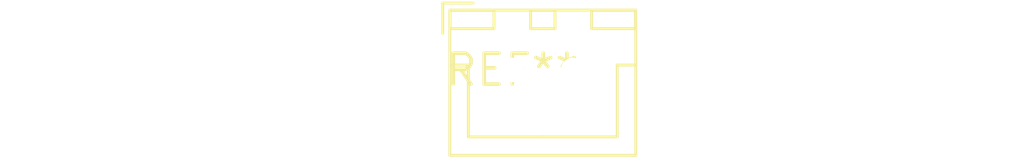
<source format=kicad_pcb>
(kicad_pcb (version 20240108) (generator pcbnew)
  (layers (0 "F.Cu" signal) (31 "B.Cu" signal) (34 "B.Paste" user) (35 "F.Paste" user) (36 "B.SilkS" user "B.Silkscreen") (37 "F.SilkS" user "F.Silkscreen") (38 "B.Mask" user) (39 "F.Mask" user) (44 "Edge.Cuts" user))
  (net 0 "")
  (footprint "JST_XH_B2B-XH-A_1x02_P2.50mm_Vertical" (layer "F.Cu") (at 0 0)
    (property "Reference" "REF**")
    (property "Value" "JST_XH_B2B-XH-A_1x02_P2.50mm_Vertical")
    (fp_line (start -2.85 -2.75) (end -2.85 -1.5) (layer "F.SilkS") (stroke (width 0.12)))
    (fp_line (start -2.56 -2.46) (end -2.56 3.51) (layer "F.SilkS") (stroke (width 0.12)))
    (fp_line (start -2.56 3.51) (end 5.06 3.51) (layer "F.SilkS") (stroke (width 0.12)))
    (fp_line (start -2.55 -2.45) (end -2.55 -1.7) (layer "F.SilkS") (stroke (width 0.12)))
    (fp_line (start -2.55 -1.7) (end -0.75 -1.7) (layer "F.SilkS") (stroke (width 0.12)))
    (fp_line (start -2.55 -0.2) (end -1.8 -0.2) (layer "F.SilkS") (stroke (width 0.12)))
    (fp_line (start -1.8 -0.2) (end -1.8 2.75) (layer "F.SilkS") (stroke (width 0.12)))
    (fp_line (start -1.8 2.75) (end 1.25 2.75) (layer "F.SilkS") (stroke (width 0.12)))
    (fp_line (start -1.6 -2.75) (end -2.85 -2.75) (layer "F.SilkS") (stroke (width 0.12)))
    (fp_line (start -0.75 -2.45) (end -2.55 -2.45) (layer "F.SilkS") (stroke (width 0.12)))
    (fp_line (start -0.75 -1.7) (end -0.75 -2.45) (layer "F.SilkS") (stroke (width 0.12)))
    (fp_line (start 0.75 -2.45) (end 0.75 -1.7) (layer "F.SilkS") (stroke (width 0.12)))
    (fp_line (start 0.75 -1.7) (end 1.75 -1.7) (layer "F.SilkS") (stroke (width 0.12)))
    (fp_line (start 1.75 -2.45) (end 0.75 -2.45) (layer "F.SilkS") (stroke (width 0.12)))
    (fp_line (start 1.75 -1.7) (end 1.75 -2.45) (layer "F.SilkS") (stroke (width 0.12)))
    (fp_line (start 3.25 -2.45) (end 3.25 -1.7) (layer "F.SilkS") (stroke (width 0.12)))
    (fp_line (start 3.25 -1.7) (end 5.05 -1.7) (layer "F.SilkS") (stroke (width 0.12)))
    (fp_line (start 4.3 -0.2) (end 4.3 2.75) (layer "F.SilkS") (stroke (width 0.12)))
    (fp_line (start 4.3 2.75) (end 1.25 2.75) (layer "F.SilkS") (stroke (width 0.12)))
    (fp_line (start 5.05 -2.45) (end 3.25 -2.45) (layer "F.SilkS") (stroke (width 0.12)))
    (fp_line (start 5.05 -1.7) (end 5.05 -2.45) (layer "F.SilkS") (stroke (width 0.12)))
    (fp_line (start 5.05 -0.2) (end 4.3 -0.2) (layer "F.SilkS") (stroke (width 0.12)))
    (fp_line (start 5.06 -2.46) (end -2.56 -2.46) (layer "F.SilkS") (stroke (width 0.12)))
    (fp_line (start 5.06 3.51) (end 5.06 -2.46) (layer "F.SilkS") (stroke (width 0.12)))
    (pad "1" thru_hole roundrect (at 0 0) (size 1.7 2) (drill 1) (layers *.Cu *.Mask) (remove_unused_layers) (roundrect_rratio 0.147059))
    (pad "2" thru_hole oval (at 2.5 0) (size 1.7 2) (drill 1) (layers *.Cu *.Mask) (remove_unused_layers))
  )
)
</source>
